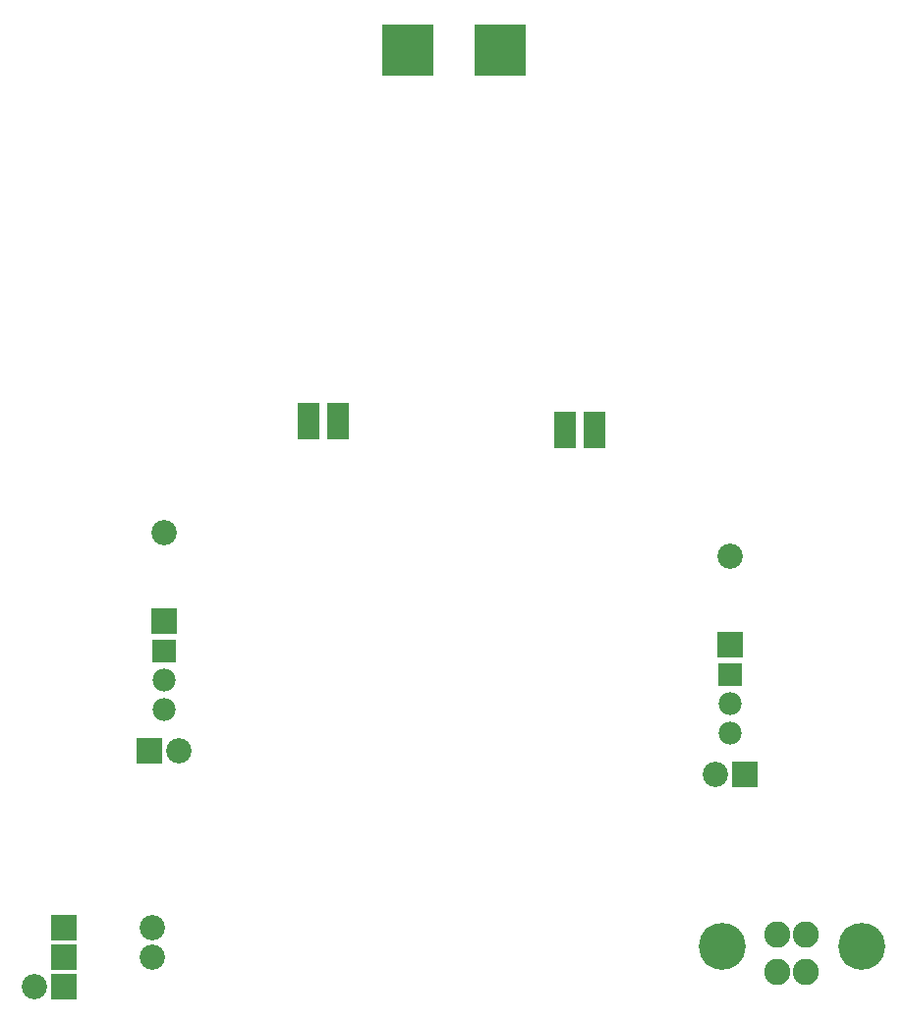
<source format=gbs>
G04 start of page 2 for group 11 layer_idx 8 *
G04 Title: (unknown), bottom_mask *
G04 Creator: pcb-rnd 3.1.4-dev *
G04 CreationDate: 2024-02-11 09:28:28 UTC *
G04 For: STEM4ukraine *
G04 Format: Gerber/RS-274X *
G04 PCB-Dimensions: 334646 393701 *
G04 PCB-Coordinate-Origin: lower left *
%MOIN*%
%FSLAX25Y25*%
%LNBOTTOM_MASK_NONE_11*%
%ADD82C,0.0887*%
%ADD81C,0.1595*%
%ADD80C,0.0780*%
%ADD79C,0.0860*%
%ADD78C,0.0001*%
G54D78*G36*
X143023Y355208D02*X160326D01*
Y337905D01*
X143023D01*
Y355208D01*
G37*
G36*
X174519D02*X191823D01*
Y337905D01*
X174519D01*
Y355208D01*
G37*
G36*
X208725Y211495D02*X201235D01*
Y223906D01*
X208725D01*
Y211495D01*
G37*
G36*
X121725Y214495D02*X114235D01*
Y226906D01*
X121725D01*
Y214495D01*
G37*
G36*
X131725D02*X124235D01*
Y226906D01*
X131725D01*
Y214495D01*
G37*
G36*
X218725Y211495D02*X211235D01*
Y223906D01*
X218725D01*
Y211495D01*
G37*
G36*
X59700Y113001D02*X68300D01*
Y104401D01*
X59700D01*
Y113001D01*
G37*
G54D79*X74000Y108701D03*
G54D78*G36*
X65100Y138801D02*Y146601D01*
X72900D01*
Y138801D01*
X65100D01*
G37*
G36*
X257100Y130801D02*Y138601D01*
X264900D01*
Y130801D01*
X257100D01*
G37*
G54D80*X261000Y124701D03*
Y114701D03*
G54D78*G36*
X270300Y96401D02*X261700D01*
Y105001D01*
X270300D01*
Y96401D01*
G37*
G54D79*X256000Y100701D03*
G54D78*G36*
X256700Y140401D02*Y149001D01*
X265300D01*
Y140401D01*
X256700D01*
G37*
G54D79*X261000Y174701D03*
G54D80*X69000Y132701D03*
Y122701D03*
G54D78*G36*
X64700Y148401D02*Y157001D01*
X73300D01*
Y148401D01*
X64700D01*
G37*
G54D79*X69000Y182701D03*
G54D78*G36*
X30700Y24401D02*Y33001D01*
X39300D01*
Y24401D01*
X30700D01*
G37*
G36*
Y43001D02*X39300D01*
Y34401D01*
X30700D01*
Y43001D01*
G37*
G36*
Y53001D02*X39300D01*
Y44401D01*
X30700D01*
Y53001D01*
G37*
G54D81*X258220Y42559D03*
G54D79*X65000Y38701D03*
Y48701D03*
X25000Y28701D03*
G54D81*X305622Y42559D03*
G54D82*X286843Y33701D03*
X277000D03*
X286843Y46299D03*
X277000D03*
M02*

</source>
